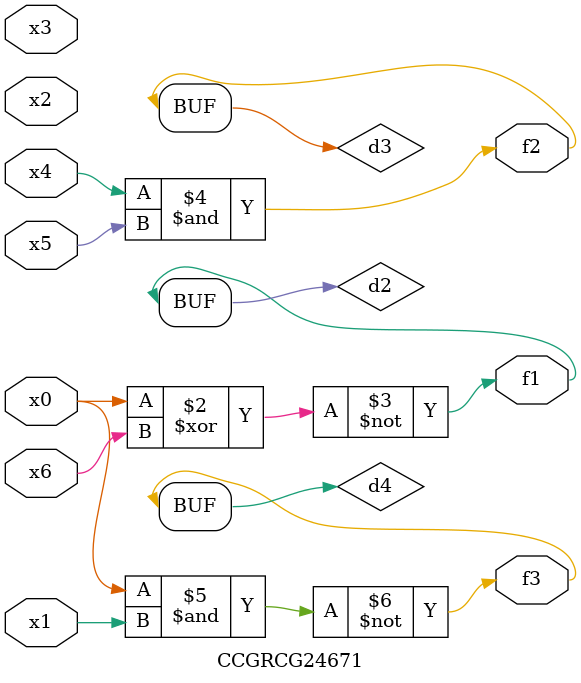
<source format=v>
module CCGRCG24671(
	input x0, x1, x2, x3, x4, x5, x6,
	output f1, f2, f3
);

	wire d1, d2, d3, d4;

	nor (d1, x0);
	xnor (d2, x0, x6);
	and (d3, x4, x5);
	nand (d4, x0, x1);
	assign f1 = d2;
	assign f2 = d3;
	assign f3 = d4;
endmodule

</source>
